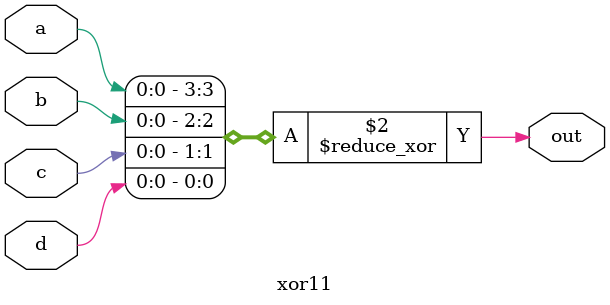
<source format=v>
module xor11 (
  input a,
  input b,
  input c,
  input d,
  output reg out
);

    always @(*) begin
        out = (^{a,b,c,d}); // XNOR using built-in operator
    end
    
    
endmodule

</source>
